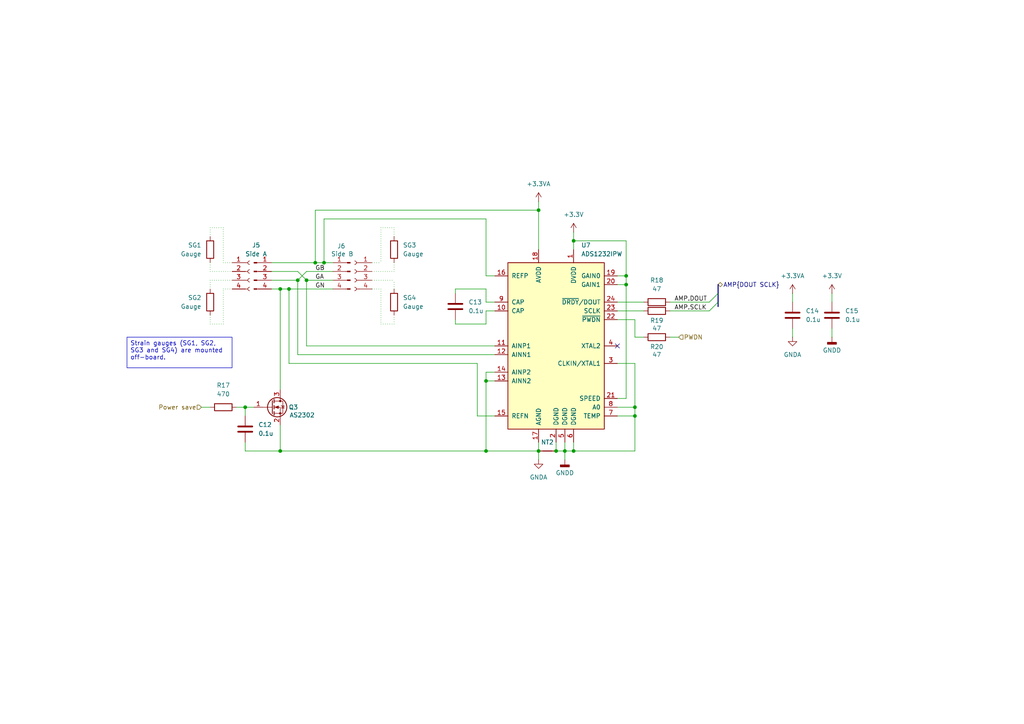
<source format=kicad_sch>
(kicad_sch (version 20231120) (generator "eeschema") (generator_version "8.0")
  (paper "A4")
  (title_block (title "Cycling power meter FYP - Strain gauge amplifier") (date "2024-07-05") (rev "V1.0.2") (company "Monash Human Power - Jotham Gates & Oscar Varney"))
  (lib_symbols
    (symbol "Analog_ADC:ADS1232IPW" (pin_names (offset 1.016))
      (property "Reference" "U" (at -13.97 25.4 0))
      (property "Value" "ADS1232IPW" (at 7.62 25.4 0))
      (symbol "ADS1232IPW_0_1"
        (rectangle (start -13.97 24.13) (end 13.97 -24.13) (stroke (width 0.254)) (fill (type background)))
      )
      (symbol "ADS1232IPW_1_1"
        (pin power_in line (at 5.08 27.94 270) (length 3.81) (name "DVDD") (number "1"))
        (pin passive line (at -17.78 10.16 0) (length 3.81) (name "CAP") (number "10"))
        (pin input line (at -17.78 0 0) (length 3.81) (name "AINP1") (number "11"))
        (pin input line (at -17.78 -2.54 0) (length 3.81) (name "AINN1") (number "12"))
        (pin input line (at -17.78 -10.16 0) (length 3.81) (name "AINN2") (number "13"))
        (pin input line (at -17.78 -7.62 0) (length 3.81) (name "AINP2") (number "14"))
        (pin input line (at -17.78 -20.32 0) (length 3.81) (name "REFN") (number "15"))
        (pin input line (at -17.78 20.32 0) (length 3.81) (name "REFP") (number "16"))
        (pin power_in line (at -5.08 -27.94 90) (length 3.81) (name "AGND") (number "17"))
        (pin power_in line (at -5.08 27.94 270) (length 3.81) (name "AVDD") (number "18"))
        (pin input line (at 17.78 20.32 180) (length 3.81) (name "GAIN0") (number "19"))
        (pin power_in line (at 0 -27.94 90) (length 3.81) (name "DGND") (number "2"))
        (pin input line (at 17.78 17.78 180) (length 3.81) (name "GAIN1") (number "20"))
        (pin input line (at 17.78 -15.24 180) (length 3.81) (name "SPEED") (number "21"))
        (pin input line (at 17.78 7.62 180) (length 3.81) (name "~{PWDN}") (number "22"))
        (pin input line (at 17.78 10.16 180) (length 3.81) (name "SCLK") (number "23"))
        (pin output line (at 17.78 12.7 180) (length 3.81) (name "~{DRDY}/DOUT") (number "24"))
        (pin bidirectional line (at 17.78 -5.08 180) (length 3.81) (name "CLKIN/XTAL1") (number "3"))
        (pin bidirectional line (at 17.78 0 180) (length 3.81) (name "XTAL2") (number "4"))
        (pin power_in line (at 2.54 -27.94 90) (length 3.81) (name "DGND") (number "5"))
        (pin power_in line (at 5.08 -27.94 90) (length 3.81) (name "DGND") (number "6"))
        (pin input line (at 17.78 -20.32 180) (length 3.81) (name "TEMP") (number "7"))
        (pin input line (at 17.78 -17.78 180) (length 3.81) (name "A0") (number "8"))
        (pin passive line (at -17.78 12.7 0) (length 3.81) (name "CAP") (number "9"))
      )
    )
    (symbol "Connector:Conn_01x04_Pin" (pin_names (offset 1.016) hide)
      (property "Reference" "J" (at 0 5.08 0))
      (property "Value" "Conn_01x04_Pin" (at 0 -7.62 0))
      (symbol "Conn_01x04_Pin_1_1"
        (polyline (pts (xy 1.27 -5.08) (xy 0.8636 -5.08)) (stroke (width 0.1524)))
        (polyline (pts (xy 1.27 -2.54) (xy 0.8636 -2.54)) (stroke (width 0.1524)))
        (polyline (pts (xy 1.27 0) (xy 0.8636 0)) (stroke (width 0.1524)))
        (polyline (pts (xy 1.27 2.54) (xy 0.8636 2.54)) (stroke (width 0.1524)))
        (rectangle (start 0.8636 -4.953) (end 0 -5.207) (stroke (width 0.1524)) (fill (type outline)))
        (rectangle (start 0.8636 -2.413) (end 0 -2.667) (stroke (width 0.1524)) (fill (type outline)))
        (rectangle (start 0.8636 0.127) (end 0 -0.127) (stroke (width 0.1524)) (fill (type outline)))
        (rectangle (start 0.8636 2.667) (end 0 2.413) (stroke (width 0.1524)) (fill (type outline)))
        (pin passive line (at 5.08 2.54 180) (length 3.81) (name "Pin_1") (number "1"))
        (pin passive line (at 5.08 0 180) (length 3.81) (name "Pin_2") (number "2"))
        (pin passive line (at 5.08 -2.54 180) (length 3.81) (name "Pin_3") (number "3"))
        (pin passive line (at 5.08 -5.08 180) (length 3.81) (name "Pin_4") (number "4"))
      )
    )
    (symbol "Connector:Conn_01x04_Socket" (pin_names (offset 1.016) hide)
      (property "Reference" "J" (at 0 5.08 0))
      (property "Value" "Conn_01x04_Socket" (at 0 -7.62 0))
      (symbol "Conn_01x04_Socket_1_1"
        (arc (start 0 -4.572) (mid -0.5058 -5.08) (end 0 -5.588) (stroke (width 0.1524)))
        (arc (start 0 -2.032) (mid -0.5058 -2.54) (end 0 -3.048) (stroke (width 0.1524)))
        (polyline (pts (xy -1.27 -5.08) (xy -0.508 -5.08)) (stroke (width 0.1524)))
        (polyline (pts (xy -1.27 -2.54) (xy -0.508 -2.54)) (stroke (width 0.1524)))
        (polyline (pts (xy -1.27 0) (xy -0.508 0)) (stroke (width 0.1524)))
        (polyline (pts (xy -1.27 2.54) (xy -0.508 2.54)) (stroke (width 0.1524)))
        (arc (start 0 0.508) (mid -0.5058 0) (end 0 -0.508) (stroke (width 0.1524)))
        (arc (start 0 3.048) (mid -0.5058 2.54) (end 0 2.032) (stroke (width 0.1524)))
        (pin passive line (at -5.08 2.54 0) (length 3.81) (name "Pin_1") (number "1"))
        (pin passive line (at -5.08 0 0) (length 3.81) (name "Pin_2") (number "2"))
        (pin passive line (at -5.08 -2.54 0) (length 3.81) (name "Pin_3") (number "3"))
        (pin passive line (at -5.08 -5.08 0) (length 3.81) (name "Pin_4") (number "4"))
      )
    )
    (symbol "Device:C" (pin_numbers hide) (pin_names (offset 0.254))
      (property "Reference" "C" (at 0.635 2.54 0))
      (property "Value" "C" (at 0.635 -2.54 0))
      (symbol "C_0_1"
        (polyline (pts (xy -2.032 -0.762) (xy 2.032 -0.762)) (stroke (width 0.508)))
        (polyline (pts (xy -2.032 0.762) (xy 2.032 0.762)) (stroke (width 0.508)))
      )
      (symbol "C_1_1"
        (pin passive line (at 0 3.81 270) (length 2.794) (name "~") (number "1"))
        (pin passive line (at 0 -3.81 90) (length 2.794) (name "~") (number "2"))
      )
    )
    (symbol "Device:NetTie_2" (pin_numbers hide) (pin_names (offset 0) hide) (in_bom no)
      (property "Reference" "NT" (at 0 1.27 0))
      (property "Value" "NetTie_2" (at 0 -1.27 0))
      (symbol "NetTie_2_0_1"
        (polyline (pts (xy -1.27 0) (xy 1.27 0)) (stroke (width 0.254)))
      )
      (symbol "NetTie_2_1_1"
        (pin passive line (at -2.54 0 0) (length 2.54) (name "1") (number "1"))
        (pin passive line (at 2.54 0 180) (length 2.54) (name "2") (number "2"))
      )
    )
    (symbol "Device:Q_NMOS_GSD" (pin_names (offset 0) hide)
      (property "Reference" "Q" (at 5.08 1.27 0))
      (property "Value" "Q_NMOS_GSD" (at 5.08 -1.27 0))
      (symbol "Q_NMOS_GSD_0_1"
        (polyline (pts (xy 0.254 0) (xy -2.54 0)))
        (polyline (pts (xy 0.254 1.905) (xy 0.254 -1.905)) (stroke (width 0.254)))
        (polyline (pts (xy 0.762 -1.27) (xy 0.762 -2.286)) (stroke (width 0.254)))
        (polyline (pts (xy 0.762 0.508) (xy 0.762 -0.508)) (stroke (width 0.254)))
        (polyline (pts (xy 0.762 2.286) (xy 0.762 1.27)) (stroke (width 0.254)))
        (polyline (pts (xy 2.54 2.54) (xy 2.54 1.778)))
        (polyline (pts (xy 2.54 -2.54) (xy 2.54 0) (xy 0.762 0)))
        (polyline (pts (xy 0.762 -1.778) (xy 3.302 -1.778) (xy 3.302 1.778) (xy 0.762 1.778)))
        (polyline (pts (xy 1.016 0) (xy 2.032 0.381) (xy 2.032 -0.381) (xy 1.016 0)) (fill (type outline)))
        (polyline (pts (xy 2.794 0.508) (xy 2.921 0.381) (xy 3.683 0.381) (xy 3.81 0.254)))
        (polyline (pts (xy 3.302 0.381) (xy 2.921 -0.254) (xy 3.683 -0.254) (xy 3.302 0.381)))
        (circle (center 1.651 0) (radius 2.794) (stroke (width 0.254)))
        (circle (center 2.54 -1.778) (radius 0.254) (fill (type outline)))
        (circle (center 2.54 1.778) (radius 0.254) (fill (type outline)))
      )
      (symbol "Q_NMOS_GSD_1_1"
        (pin input line (at -5.08 0 0) (length 2.54) (name "G") (number "1"))
        (pin passive line (at 2.54 -5.08 90) (length 2.54) (name "S") (number "2"))
        (pin passive line (at 2.54 5.08 270) (length 2.54) (name "D") (number "3"))
      )
    )
    (symbol "Device:R" (pin_numbers hide) (pin_names (offset 0))
      (property "Reference" "R" (at 2.032 0 90))
      (property "Value" "R" (at 0 0 90))
      (symbol "R_0_1"
        (rectangle (start -1.016 -2.54) (end 1.016 2.54) (stroke (width 0.254)))
      )
      (symbol "R_1_1"
        (pin passive line (at 0 3.81 270) (length 1.27) (name "~") (number "1"))
        (pin passive line (at 0 -3.81 90) (length 1.27) (name "~") (number "2"))
      )
    )
    (symbol "power:+3.3V" (power) (pin_numbers hide) (pin_names (offset 0) hide)
      (property "Value" "+3.3V" (at 0 3.556 0))
      (symbol "+3.3V_0_1"
        (polyline (pts (xy -0.762 1.27) (xy 0 2.54)))
        (polyline (pts (xy 0 0) (xy 0 2.54)))
        (polyline (pts (xy 0 2.54) (xy 0.762 1.27)))
      )
      (symbol "+3.3V_1_1"
        (pin power_in line (at 0 0 90) (length 0) (name "~") (number "1"))
      )
    )
    (symbol "power:+3.3VA" (power) (pin_numbers hide) (pin_names (offset 0) hide)
      (property "Value" "+3.3VA" (at 0 3.556 0))
      (symbol "+3.3VA_0_1"
        (polyline (pts (xy -0.762 1.27) (xy 0 2.54)))
        (polyline (pts (xy 0 0) (xy 0 2.54)))
        (polyline (pts (xy 0 2.54) (xy 0.762 1.27)))
      )
      (symbol "+3.3VA_1_1"
        (pin power_in line (at 0 0 90) (length 0) (name "~") (number "1"))
      )
    )
    (symbol "power:GNDA" (power) (pin_numbers hide) (pin_names (offset 0) hide)
      (property "Value" "GNDA" (at 0 -3.81 0))
      (symbol "GNDA_0_1"
        (polyline (pts (xy 0 0) (xy 0 -1.27) (xy 1.27 -1.27) (xy 0 -2.54) (xy -1.27 -1.27) (xy 0 -1.27)))
      )
      (symbol "GNDA_1_1"
        (pin power_in line (at 0 0 270) (length 0) (name "~") (number "1"))
      )
    )
    (symbol "power:GNDD" (power) (pin_numbers hide) (pin_names (offset 0) hide)
      (property "Value" "GNDD" (at 0 -3.175 0))
      (symbol "GNDD_0_1"
        (rectangle (start -1.27 -1.524) (end 1.27 -2.032) (stroke (width 0.254)) (fill (type outline)))
        (polyline (pts (xy 0 0) (xy 0 -1.524)))
      )
      (symbol "GNDD_1_1"
        (pin power_in line (at 0 0 270) (length 0) (name "~") (number "1"))
      )
    )
  )
  (junction (at 161.29 130.81))
  (junction (at 163.83 130.81))
  (junction (at 81.28 83.82))
  (junction (at 71.12 118.11))
  (junction (at 166.37 130.81))
  (junction (at 140.97 110.49))
  (junction (at 140.97 130.81))
  (junction (at 166.37 69.85))
  (junction (at 184.15 118.11))
  (junction (at 91.44 76.2))
  (junction (at 184.15 120.65))
  (junction (at 156.21 60.96))
  (junction (at 156.21 130.81))
  (junction (at 88.9 81.28))
  (junction (at 83.82 83.82))
  (junction (at 81.28 130.81))
  (junction (at 181.61 82.55))
  (junction (at 181.61 80.01))
  (junction (at 86.36 81.28))
  (junction (at 93.98 76.2))
  (no_connect (at 179.07 100.33))
  (bus_entry (at 208.28 87.63) (size -2.54 2.54))
  (bus_entry (at 208.28 85.09) (size -2.54 2.54))
  (wire (pts (xy 60.96 91.44) (xy 60.96 93.98)) (stroke (width 0) (type dot)))
  (wire (pts (xy 86.36 102.87) (xy 143.51 102.87)))
  (wire (pts (xy 93.98 76.2) (xy 93.98 63.5)))
  (wire (pts (xy 64.77 83.82) (xy 67.31 83.82)) (stroke (width 0) (type dot)))
  (wire (pts (xy 96.52 81.28) (xy 88.9 81.28)))
  (wire (pts (xy 143.51 87.63) (xy 140.97 87.63)))
  (wire (pts (xy 140.97 80.01) (xy 143.51 80.01)))
  (wire (pts (xy 140.97 110.49) (xy 143.51 110.49)))
  (bus (pts (xy 208.28 87.63) (xy 208.28 88.9)))
  (wire (pts (xy 91.44 76.2) (xy 91.44 60.96)))
  (wire (pts (xy 83.82 105.41) (xy 138.43 105.41)))
  (wire (pts (xy 96.52 78.74) (xy 88.9 78.74)))
  (wire (pts (xy 163.83 130.81) (xy 166.37 130.81)))
  (wire (pts (xy 91.44 76.2) (xy 93.98 76.2)))
  (wire (pts (xy 107.95 83.82) (xy 110.49 83.82)) (stroke (width 0) (type dot)))
  (wire (pts (xy 81.28 83.82) (xy 83.82 83.82)))
  (wire (pts (xy 81.28 113.03) (xy 81.28 83.82)))
  (wire (pts (xy 140.97 107.95) (xy 140.97 110.49)))
  (wire (pts (xy 143.51 107.95) (xy 140.97 107.95)))
  (wire (pts (xy 179.07 87.63) (xy 186.69 87.63)))
  (wire (pts (xy 140.97 130.81) (xy 81.28 130.81)))
  (wire (pts (xy 132.08 93.98) (xy 140.97 93.98)))
  (wire (pts (xy 68.58 118.11) (xy 71.12 118.11)))
  (wire (pts (xy 71.12 118.11) (xy 71.12 120.65)))
  (wire (pts (xy 58.42 118.11) (xy 60.96 118.11)))
  (wire (pts (xy 179.07 80.01) (xy 181.61 80.01)))
  (wire (pts (xy 71.12 118.11) (xy 73.66 118.11)))
  (wire (pts (xy 91.44 60.96) (xy 156.21 60.96)))
  (wire (pts (xy 166.37 128.27) (xy 166.37 130.81)))
  (wire (pts (xy 67.31 81.28) (xy 60.96 81.28)) (stroke (width 0) (type dot)))
  (wire (pts (xy 166.37 69.85) (xy 166.37 72.39)))
  (wire (pts (xy 78.74 83.82) (xy 81.28 83.82)))
  (wire (pts (xy 107.95 76.2) (xy 110.49 76.2)) (stroke (width 0) (type dot)))
  (wire (pts (xy 156.21 130.81) (xy 140.97 130.81)))
  (wire (pts (xy 78.74 78.74) (xy 86.36 78.74)))
  (wire (pts (xy 179.07 120.65) (xy 184.15 120.65)))
  (wire (pts (xy 163.83 130.81) (xy 163.83 133.35)))
  (wire (pts (xy 114.3 78.74) (xy 107.95 78.74)) (stroke (width 0) (type dot)))
  (wire (pts (xy 156.21 58.42) (xy 156.21 60.96)))
  (bus (pts (xy 208.28 85.09) (xy 208.28 87.63)))
  (wire (pts (xy 184.15 97.79) (xy 186.69 97.79)))
  (wire (pts (xy 64.77 93.98) (xy 64.77 83.82)) (stroke (width 0) (type dot)))
  (wire (pts (xy 60.96 93.98) (xy 64.77 93.98)) (stroke (width 0) (type dot)))
  (wire (pts (xy 83.82 83.82) (xy 96.52 83.82)))
  (wire (pts (xy 60.96 78.74) (xy 67.31 78.74)) (stroke (width 0) (type dot)))
  (wire (pts (xy 78.74 76.2) (xy 91.44 76.2)))
  (wire (pts (xy 156.21 60.96) (xy 156.21 72.39)))
  (wire (pts (xy 166.37 67.31) (xy 166.37 69.85)))
  (wire (pts (xy 93.98 76.2) (xy 96.52 76.2)))
  (wire (pts (xy 181.61 82.55) (xy 181.61 115.57)))
  (wire (pts (xy 132.08 92.71) (xy 132.08 93.98)))
  (wire (pts (xy 181.61 115.57) (xy 179.07 115.57)))
  (wire (pts (xy 110.49 66.04) (xy 110.49 76.2)) (stroke (width 0) (type dot)))
  (wire (pts (xy 161.29 128.27) (xy 161.29 130.81)))
  (wire (pts (xy 140.97 90.17) (xy 143.51 90.17)))
  (wire (pts (xy 140.97 83.82) (xy 132.08 83.82)))
  (wire (pts (xy 166.37 130.81) (xy 184.15 130.81)))
  (bus (pts (xy 208.28 82.55) (xy 208.28 85.09)))
  (wire (pts (xy 107.95 81.28) (xy 114.3 81.28)) (stroke (width 0) (type dot)))
  (wire (pts (xy 138.43 120.65) (xy 143.51 120.65)))
  (wire (pts (xy 194.31 90.17) (xy 205.74 90.17)))
  (wire (pts (xy 67.31 76.2) (xy 64.77 76.2)) (stroke (width 0) (type dot)))
  (wire (pts (xy 140.97 130.81) (xy 140.97 110.49)))
  (wire (pts (xy 110.49 83.82) (xy 110.49 93.98)) (stroke (width 0) (type dot)))
  (wire (pts (xy 93.98 63.5) (xy 140.97 63.5)))
  (wire (pts (xy 194.31 87.63) (xy 205.74 87.63)))
  (wire (pts (xy 184.15 130.81) (xy 184.15 120.65)))
  (wire (pts (xy 161.29 130.81) (xy 163.83 130.81)))
  (wire (pts (xy 88.9 100.33) (xy 143.51 100.33)))
  (wire (pts (xy 241.3 95.25) (xy 241.3 97.79)))
  (wire (pts (xy 166.37 69.85) (xy 181.61 69.85)))
  (wire (pts (xy 179.07 90.17) (xy 186.69 90.17)))
  (wire (pts (xy 88.9 81.28) (xy 86.36 78.74)))
  (wire (pts (xy 184.15 97.79) (xy 184.15 92.71)))
  (wire (pts (xy 86.36 81.28) (xy 88.9 78.74)))
  (wire (pts (xy 71.12 128.27) (xy 71.12 130.81)))
  (wire (pts (xy 83.82 105.41) (xy 83.82 83.82)))
  (wire (pts (xy 156.21 130.81) (xy 156.21 133.35)))
  (wire (pts (xy 163.83 128.27) (xy 163.83 130.81)))
  (wire (pts (xy 179.07 82.55) (xy 181.61 82.55)))
  (wire (pts (xy 114.3 83.82) (xy 114.3 81.28)) (stroke (width 0) (type dot)))
  (wire (pts (xy 60.96 76.2) (xy 60.96 78.74)) (stroke (width 0) (type dot)))
  (wire (pts (xy 64.77 66.04) (xy 60.96 66.04)) (stroke (width 0) (type dot)))
  (wire (pts (xy 229.87 97.79) (xy 229.87 95.25)))
  (wire (pts (xy 114.3 68.58) (xy 114.3 66.04)) (stroke (width 0) (type dot)))
  (wire (pts (xy 60.96 66.04) (xy 60.96 68.58)) (stroke (width 0) (type dot)))
  (wire (pts (xy 88.9 81.28) (xy 88.9 100.33)))
  (wire (pts (xy 184.15 105.41) (xy 184.15 118.11)))
  (wire (pts (xy 86.36 81.28) (xy 86.36 102.87)))
  (wire (pts (xy 114.3 76.2) (xy 114.3 78.74)) (stroke (width 0) (type dot)))
  (wire (pts (xy 140.97 87.63) (xy 140.97 83.82)))
  (wire (pts (xy 60.96 81.28) (xy 60.96 83.82)) (stroke (width 0) (type dot)))
  (wire (pts (xy 114.3 66.04) (xy 110.49 66.04)) (stroke (width 0) (type dot)))
  (wire (pts (xy 181.61 69.85) (xy 181.61 80.01)))
  (wire (pts (xy 184.15 120.65) (xy 184.15 118.11)))
  (wire (pts (xy 241.3 85.09) (xy 241.3 87.63)))
  (wire (pts (xy 179.07 118.11) (xy 184.15 118.11)))
  (wire (pts (xy 132.08 83.82) (xy 132.08 85.09)))
  (wire (pts (xy 181.61 80.01) (xy 181.61 82.55)))
  (wire (pts (xy 140.97 93.98) (xy 140.97 90.17)))
  (wire (pts (xy 81.28 130.81) (xy 81.28 123.19)))
  (wire (pts (xy 138.43 105.41) (xy 138.43 120.65)))
  (wire (pts (xy 140.97 63.5) (xy 140.97 80.01)))
  (wire (pts (xy 156.21 128.27) (xy 156.21 130.81)))
  (wire (pts (xy 184.15 92.71) (xy 179.07 92.71)))
  (wire (pts (xy 179.07 105.41) (xy 184.15 105.41)))
  (wire (pts (xy 110.49 93.98) (xy 114.3 93.98)) (stroke (width 0) (type dot)))
  (wire (pts (xy 114.3 93.98) (xy 114.3 91.44)) (stroke (width 0) (type dot)))
  (wire (pts (xy 64.77 76.2) (xy 64.77 66.04)) (stroke (width 0) (type dot)))
  (wire (pts (xy 78.74 81.28) (xy 86.36 81.28)))
  (wire (pts (xy 71.12 130.81) (xy 81.28 130.81)))
  (wire (pts (xy 194.31 97.79) (xy 196.85 97.79)))
  (wire (pts (xy 229.87 85.09) (xy 229.87 87.63)))
  (text_box "Strain gauges (SG1, SG2, SG3 and SG4) are mounted off-board." (at 36.83 97.79 0) (size 30.48 8.89) (effects (font (size 1.27 1.27)) (justify left top)))
  (label "GA" (at 91.44 81.28 0))
  (label "AMP.DOUT" (at 195.58 87.63 0))
  (label "AMP.SCLK" (at 195.58 90.17 0))
  (label "GB" (at 91.44 78.74 0))
  (label "GN" (at 91.44 83.82 0))
  (hierarchical_label "AMP{DOUT SCLK}" (shape bidirectional) (at 208.28 82.55 0))
  (hierarchical_label "PWDN" (shape input) (at 196.85 97.79 0))
  (hierarchical_label "Power save" (shape input) (at 58.42 118.11 180))
  (symbol (lib_id "Device:R") (at 60.96 72.39 0) (mirror y) (unit 1) (in_bom no) (on_board no)
    (property "Reference" "SG1" (at 58.42 71.1199 0) (effects (justify left)))
    (property "Value" "Gauge" (at 58.42 73.6599 0) (effects (justify left)))
    (property "Description" "Resistor" (effects (hide yes)))
    (property "PlaceOnSecondary" "Yes" (effects (hide yes)))
  )
  (symbol (lib_id "Device:R") (at 114.3 72.39 0) (unit 1) (in_bom no) (on_board no)
    (property "Reference" "SG3" (at 116.84 71.1199 0) (effects (justify left)))
    (property "Value" "Gauge" (at 116.84 73.6599 0) (effects (justify left)))
    (property "Description" "Resistor" (effects (hide yes)))
    (property "PlaceOnSecondary" "Yes" (effects (hide yes)))
  )
  (symbol (lib_id "power:+3.3V") (at 166.37 67.31 0) (unit 1)
    (property "Reference" "#PWR038" (effects (hide yes)))
    (property "Value" "+3.3V" (at 166.37 62.23 0))
    (property "Description" "Power symbol creates a global label with name \"+3.3V\"" (effects (hide yes)))
  )
  (symbol (lib_id "power:GNDA") (at 156.21 133.35 0) (unit 1)
    (property "Reference" "#PWR036" (effects (hide yes)))
    (property "Value" "GNDA" (at 156.21 138.43 0))
    (property "Description" "Power symbol creates a global label with name \"GNDA\" , analog ground" (effects (hide yes)))
  )
  (symbol (lib_id "power:+3.3VA") (at 229.87 85.09 0) (unit 1)
    (property "Reference" "#PWR039" (effects (hide yes)))
    (property "Value" "+3.3VA" (at 229.87 80.01 0))
    (property "Description" "Power symbol creates a global label with name \"+3.3VA\"" (effects (hide yes)))
  )
  (symbol (lib_id "Connector:Conn_01x04_Socket") (at 72.39 78.74 0) (unit 1) (in_bom no) (on_board no)
    (property "Reference" "#J1" (effects (hide yes)))
    (property "Value" "Conn_01x04_Socket" (effects (hide yes)))
    (property "Description" "Generic connector, single row, 01x04, script generated" (effects (hide yes)))
  )
  (symbol (lib_id "Device:R") (at 190.5 87.63 90) (unit 1)
    (property "Reference" "R18" (at 190.5 81.28 90))
    (property "Value" "47" (at 190.5 83.82 90))
    (property "Footprint" "Resistor_SMD:R_0603_1608Metric_Pad0.98x0.95mm_HandSolder" (effects (hide yes)))
    (property "Description" "Resistor" (effects (hide yes)))
    (property "PlaceOnSecondary" "Yes" (effects (hide yes)))
  )
  (symbol (lib_id "Connector:Conn_01x04_Socket") (at 102.87 78.74 0) (mirror y) (unit 1) (in_bom no) (on_board no)
    (property "Reference" "#J2" (effects (hide yes)))
    (property "Value" "Conn_01x04_Socket" (effects (hide yes)))
    (property "Description" "Generic connector, single row, 01x04, script generated" (effects (hide yes)))
  )
  (symbol (lib_id "Device:C") (at 71.12 124.46 0) (unit 1)
    (property "Reference" "C12" (at 74.93 123.1899 0) (effects (justify left)))
    (property "Value" "0.1u" (at 74.93 125.7299 0) (effects (justify left)))
    (property "Footprint" "Capacitor_SMD:C_0603_1608Metric_Pad1.08x0.95mm_HandSolder" (effects (hide yes)))
    (property "Description" "Unpolarized capacitor" (effects (hide yes)))
    (property "PlaceOnSecondary" "Yes" (effects (hide yes)))
  )
  (symbol (lib_id "Device:R") (at 114.3 87.63 0) (unit 1) (in_bom no) (on_board no)
    (property "Reference" "SG4" (at 116.84 86.3599 0) (effects (justify left)))
    (property "Value" "Gauge" (at 116.84 88.8999 0) (effects (justify left)))
    (property "Description" "Resistor" (effects (hide yes)))
    (property "PlaceOnSecondary" "Yes" (effects (hide yes)))
  )
  (symbol (lib_id "Device:R") (at 190.5 97.79 90) (unit 1)
    (property "Reference" "R20" (at 190.5 100.584 90))
    (property "Value" "47" (at 190.5 102.87 90))
    (property "Footprint" "Resistor_SMD:R_0603_1608Metric_Pad0.98x0.95mm_HandSolder" (effects (hide yes)))
    (property "Description" "Resistor" (effects (hide yes)))
    (property "PlaceOnSecondary" "Yes" (effects (hide yes)))
  )
  (symbol (lib_id "Device:R") (at 60.96 87.63 0) (mirror y) (unit 1) (in_bom no) (on_board no)
    (property "Reference" "SG2" (at 58.42 86.3599 0) (effects (justify left)))
    (property "Value" "Gauge" (at 58.42 88.8999 0) (effects (justify left)))
    (property "Description" "Resistor" (effects (hide yes)))
    (property "PlaceOnSecondary" "Yes" (effects (hide yes)))
  )
  (symbol (lib_id "Device:C") (at 132.08 88.9 0) (unit 1)
    (property "Reference" "C13" (at 135.89 87.6299 0) (effects (justify left)))
    (property "Value" "0.1u" (at 135.89 90.1699 0) (effects (justify left)))
    (property "Footprint" "Capacitor_SMD:C_0603_1608Metric_Pad1.08x0.95mm_HandSolder" (effects (hide yes)))
    (property "Description" "Unpolarized capacitor" (effects (hide yes)))
    (property "PlaceOnSecondary" "Yes" (effects (hide yes)))
  )
  (symbol (lib_id "Connector:Conn_01x04_Pin") (at 73.66 78.74 0) (unit 1)
    (property "Reference" "J5" (at 74.295 71.12 0))
    (property "Value" "Side A" (at 74.295 73.66 0))
    (property "Footprint" "Connector_PinHeader_2.54mm:PinHeader_1x04_P2.54mm_Vertical" (effects (hide yes)))
    (property "Description" "Generic connector, single row, 01x04, script generated" (effects (hide yes)))
    (property "PlaceOnSecondary" "Yes" (effects (hide yes)))
  )
  (symbol (lib_id "Device:NetTie_2") (at 158.75 130.81 0) (unit 1) (in_bom no)
    (property "Reference" "NT2" (at 158.75 128.27 0))
    (property "Value" "NetTie_2" (effects (hide yes)))
    (property "Footprint" "NetTie:NetTie-2_SMD_Pad0.5mm" (effects (hide yes)))
    (property "Description" "Net tie, 2 pins" (effects (hide yes)))
    (property "PlaceOnSecondary" "Yes" (effects (hide yes)))
  )
  (symbol (lib_id "Device:C") (at 241.3 91.44 0) (unit 1)
    (property "Reference" "C15" (at 245.11 90.1699 0) (effects (justify left)))
    (property "Value" "0.1u" (at 245.11 92.7099 0) (effects (justify left)))
    (property "Footprint" "Capacitor_SMD:C_0603_1608Metric_Pad1.08x0.95mm_HandSolder" (effects (hide yes)))
    (property "Description" "Unpolarized capacitor" (effects (hide yes)))
    (property "PlaceOnSecondary" "Yes" (effects (hide yes)))
  )
  (symbol (lib_id "Device:C") (at 229.87 91.44 0) (unit 1)
    (property "Reference" "C14" (at 233.68 90.1699 0) (effects (justify left)))
    (property "Value" "0.1u" (at 233.68 92.7099 0) (effects (justify left)))
    (property "Footprint" "Capacitor_SMD:C_0603_1608Metric_Pad1.08x0.95mm_HandSolder" (effects (hide yes)))
    (property "Description" "Unpolarized capacitor" (effects (hide yes)))
    (property "PlaceOnSecondary" "Yes" (effects (hide yes)))
  )
  (symbol (lib_id "Connector:Conn_01x04_Pin") (at 101.6 78.74 0) (mirror y) (unit 1)
    (property "Reference" "J6" (at 97.79 71.374 0) (effects (justify right)))
    (property "Value" "Side B" (at 96.012 73.66 0) (effects (justify right)))
    (property "Footprint" "Connector_PinHeader_2.54mm:PinHeader_1x04_P2.54mm_Vertical" (effects (hide yes)))
    (property "Description" "Generic connector, single row, 01x04, script generated" (effects (hide yes)))
    (property "PlaceOnSecondary" "Yes" (effects (hide yes)))
  )
  (symbol (lib_id "Device:R") (at 64.77 118.11 90) (unit 1)
    (property "Reference" "R17" (at 64.77 111.76 90))
    (property "Value" "470" (at 64.77 114.3 90))
    (property "Footprint" "Resistor_SMD:R_0603_1608Metric_Pad0.98x0.95mm_HandSolder" (effects (hide yes)))
    (property "Description" "Resistor" (effects (hide yes)))
    (property "PlaceOnSecondary" "Yes" (effects (hide yes)))
  )
  (symbol (lib_id "power:+3.3VA") (at 156.21 58.42 0) (unit 1)
    (property "Reference" "#PWR035" (effects (hide yes)))
    (property "Value" "+3.3VA" (at 156.21 53.34 0))
    (property "Description" "Power symbol creates a global label with name \"+3.3VA\"" (effects (hide yes)))
  )
  (symbol (lib_id "power:GNDA") (at 229.87 97.79 0) (unit 1)
    (property "Reference" "#PWR040" (effects (hide yes)))
    (property "Value" "GNDA" (at 229.87 102.87 0))
    (property "Description" "Power symbol creates a global label with name \"GNDA\" , analog ground" (effects (hide yes)))
  )
  (symbol (lib_id "Analog_ADC:ADS1232IPW") (at 161.29 100.33 0) (unit 1)
    (property "Reference" "U7" (at 168.5641 71.12 0) (effects (justify left)))
    (property "Value" "ADS1232IPW" (at 168.5641 73.66 0) (effects (justify left)))
    (property "Footprint" "Package_SO:TSSOP-24_4.4x7.8mm_P0.65mm" (effects (hide yes)))
    (property "Datasheet" "http://www.ti.com/lit/ds/symlink/ads1232.pdf" (effects (hide yes)))
    (property "Description" "Single Bridge 24bit ADC for Sensors, TSSOP-24" (effects (hide yes)))
    (property "PlaceOnSecondary" "Yes" (effects (hide yes)))
  )
  (symbol (lib_id "power:GNDD") (at 241.3 97.79 0) (unit 1)
    (property "Reference" "#PWR042" (effects (hide yes)))
    (property "Value" "GNDD" (at 241.3 101.6 0))
    (property "Description" "Power symbol creates a global label with name \"GNDD\" , digital ground" (effects (hide yes)))
  )
  (symbol (lib_id "power:+3.3V") (at 241.3 85.09 0) (unit 1)
    (property "Reference" "#PWR041" (effects (hide yes)))
    (property "Value" "+3.3V" (at 241.3 80.01 0))
    (property "Description" "Power symbol creates a global label with name \"+3.3V\"" (effects (hide yes)))
  )
  (symbol (lib_id "Device:Q_NMOS_GSD") (at 78.74 118.11 0) (unit 1)
    (property "Reference" "Q3" (at 85.09 118.11 0))
    (property "Value" "AS2302" (at 87.63 120.396 0))
    (property "Footprint" "Package_TO_SOT_SMD:TSOT-23" (effects (hide yes)))
    (property "Description" "N-MOSFET transistor, gate/source/drain" (effects (hide yes)))
    (property "PlaceOnSecondary" "Yes" (effects (hide yes)))
  )
  (symbol (lib_id "Device:R") (at 190.5 90.17 90) (unit 1)
    (property "Reference" "R19" (at 190.5 92.964 90))
    (property "Value" "47" (at 190.5 95.25 90))
    (property "Footprint" "Resistor_SMD:R_0603_1608Metric_Pad0.98x0.95mm_HandSolder" (effects (hide yes)))
    (property "Description" "Resistor" (effects (hide yes)))
    (property "PlaceOnSecondary" "Yes" (effects (hide yes)))
  )
  (symbol (lib_id "power:GNDD") (at 163.83 133.35 0) (unit 1)
    (property "Reference" "#PWR037" (effects (hide yes)))
    (property "Value" "GNDD" (at 163.83 137.16 0))
    (property "Description" "Power symbol creates a global label with name \"GNDD\" , digital ground" (effects (hide yes)))
  )
)
</source>
